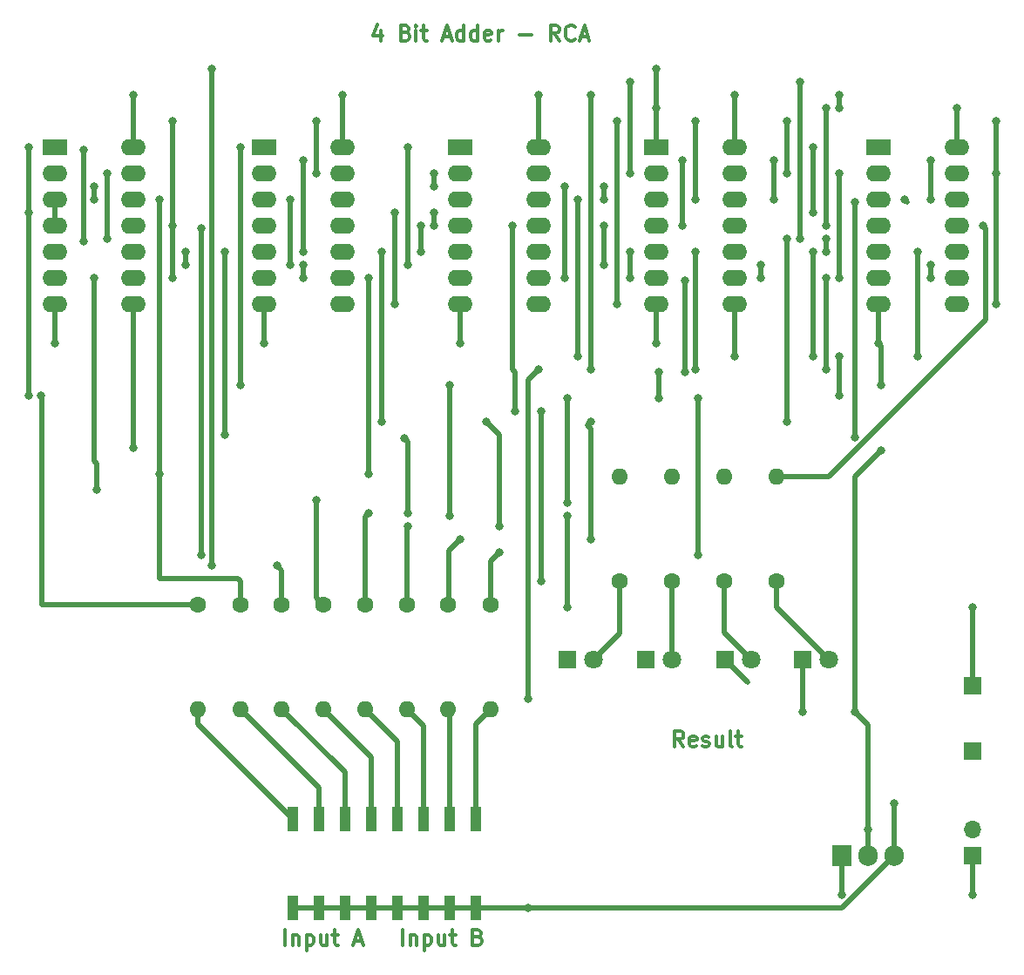
<source format=gbr>
%TF.GenerationSoftware,KiCad,Pcbnew,7.0.9*%
%TF.CreationDate,2023-12-30T10:08:20+11:00*%
%TF.ProjectId,4-bit-rca,342d6269-742d-4726-9361-2e6b69636164,rev?*%
%TF.SameCoordinates,Original*%
%TF.FileFunction,Copper,L1,Top*%
%TF.FilePolarity,Positive*%
%FSLAX46Y46*%
G04 Gerber Fmt 4.6, Leading zero omitted, Abs format (unit mm)*
G04 Created by KiCad (PCBNEW 7.0.9) date 2023-12-30 10:08:20*
%MOMM*%
%LPD*%
G01*
G04 APERTURE LIST*
%ADD10C,0.300000*%
%TA.AperFunction,NonConductor*%
%ADD11C,0.300000*%
%TD*%
%TA.AperFunction,ComponentPad*%
%ADD12C,1.600000*%
%TD*%
%TA.AperFunction,ComponentPad*%
%ADD13O,1.600000X1.600000*%
%TD*%
%TA.AperFunction,SMDPad,CuDef*%
%ADD14R,1.120000X2.440000*%
%TD*%
%TA.AperFunction,ComponentPad*%
%ADD15R,1.905000X2.000000*%
%TD*%
%TA.AperFunction,ComponentPad*%
%ADD16O,1.905000X2.000000*%
%TD*%
%TA.AperFunction,ComponentPad*%
%ADD17R,1.700000X1.700000*%
%TD*%
%TA.AperFunction,ComponentPad*%
%ADD18R,2.400000X1.600000*%
%TD*%
%TA.AperFunction,ComponentPad*%
%ADD19O,2.400000X1.600000*%
%TD*%
%TA.AperFunction,ComponentPad*%
%ADD20R,1.800000X1.800000*%
%TD*%
%TA.AperFunction,ComponentPad*%
%ADD21C,1.800000*%
%TD*%
%TA.AperFunction,ComponentPad*%
%ADD22O,1.700000X1.700000*%
%TD*%
%TA.AperFunction,ViaPad*%
%ADD23C,0.800000*%
%TD*%
%TA.AperFunction,Conductor*%
%ADD24C,0.500000*%
%TD*%
G04 APERTURE END LIST*
D10*
D11*
X171337653Y-120196828D02*
X170837653Y-119482542D01*
X170480510Y-120196828D02*
X170480510Y-118696828D01*
X170480510Y-118696828D02*
X171051939Y-118696828D01*
X171051939Y-118696828D02*
X171194796Y-118768257D01*
X171194796Y-118768257D02*
X171266225Y-118839685D01*
X171266225Y-118839685D02*
X171337653Y-118982542D01*
X171337653Y-118982542D02*
X171337653Y-119196828D01*
X171337653Y-119196828D02*
X171266225Y-119339685D01*
X171266225Y-119339685D02*
X171194796Y-119411114D01*
X171194796Y-119411114D02*
X171051939Y-119482542D01*
X171051939Y-119482542D02*
X170480510Y-119482542D01*
X172551939Y-120125400D02*
X172409082Y-120196828D01*
X172409082Y-120196828D02*
X172123368Y-120196828D01*
X172123368Y-120196828D02*
X171980510Y-120125400D01*
X171980510Y-120125400D02*
X171909082Y-119982542D01*
X171909082Y-119982542D02*
X171909082Y-119411114D01*
X171909082Y-119411114D02*
X171980510Y-119268257D01*
X171980510Y-119268257D02*
X172123368Y-119196828D01*
X172123368Y-119196828D02*
X172409082Y-119196828D01*
X172409082Y-119196828D02*
X172551939Y-119268257D01*
X172551939Y-119268257D02*
X172623368Y-119411114D01*
X172623368Y-119411114D02*
X172623368Y-119553971D01*
X172623368Y-119553971D02*
X171909082Y-119696828D01*
X173194796Y-120125400D02*
X173337653Y-120196828D01*
X173337653Y-120196828D02*
X173623367Y-120196828D01*
X173623367Y-120196828D02*
X173766224Y-120125400D01*
X173766224Y-120125400D02*
X173837653Y-119982542D01*
X173837653Y-119982542D02*
X173837653Y-119911114D01*
X173837653Y-119911114D02*
X173766224Y-119768257D01*
X173766224Y-119768257D02*
X173623367Y-119696828D01*
X173623367Y-119696828D02*
X173409082Y-119696828D01*
X173409082Y-119696828D02*
X173266224Y-119625400D01*
X173266224Y-119625400D02*
X173194796Y-119482542D01*
X173194796Y-119482542D02*
X173194796Y-119411114D01*
X173194796Y-119411114D02*
X173266224Y-119268257D01*
X173266224Y-119268257D02*
X173409082Y-119196828D01*
X173409082Y-119196828D02*
X173623367Y-119196828D01*
X173623367Y-119196828D02*
X173766224Y-119268257D01*
X175123368Y-119196828D02*
X175123368Y-120196828D01*
X174480510Y-119196828D02*
X174480510Y-119982542D01*
X174480510Y-119982542D02*
X174551939Y-120125400D01*
X174551939Y-120125400D02*
X174694796Y-120196828D01*
X174694796Y-120196828D02*
X174909082Y-120196828D01*
X174909082Y-120196828D02*
X175051939Y-120125400D01*
X175051939Y-120125400D02*
X175123368Y-120053971D01*
X176051939Y-120196828D02*
X175909082Y-120125400D01*
X175909082Y-120125400D02*
X175837653Y-119982542D01*
X175837653Y-119982542D02*
X175837653Y-118696828D01*
X176409082Y-119196828D02*
X176980510Y-119196828D01*
X176623367Y-118696828D02*
X176623367Y-119982542D01*
X176623367Y-119982542D02*
X176694796Y-120125400D01*
X176694796Y-120125400D02*
X176837653Y-120196828D01*
X176837653Y-120196828D02*
X176980510Y-120196828D01*
D10*
D11*
X141913368Y-50616828D02*
X141913368Y-51616828D01*
X141556225Y-50045400D02*
X141199082Y-51116828D01*
X141199082Y-51116828D02*
X142127653Y-51116828D01*
X144341938Y-50831114D02*
X144556224Y-50902542D01*
X144556224Y-50902542D02*
X144627653Y-50973971D01*
X144627653Y-50973971D02*
X144699081Y-51116828D01*
X144699081Y-51116828D02*
X144699081Y-51331114D01*
X144699081Y-51331114D02*
X144627653Y-51473971D01*
X144627653Y-51473971D02*
X144556224Y-51545400D01*
X144556224Y-51545400D02*
X144413367Y-51616828D01*
X144413367Y-51616828D02*
X143841938Y-51616828D01*
X143841938Y-51616828D02*
X143841938Y-50116828D01*
X143841938Y-50116828D02*
X144341938Y-50116828D01*
X144341938Y-50116828D02*
X144484796Y-50188257D01*
X144484796Y-50188257D02*
X144556224Y-50259685D01*
X144556224Y-50259685D02*
X144627653Y-50402542D01*
X144627653Y-50402542D02*
X144627653Y-50545400D01*
X144627653Y-50545400D02*
X144556224Y-50688257D01*
X144556224Y-50688257D02*
X144484796Y-50759685D01*
X144484796Y-50759685D02*
X144341938Y-50831114D01*
X144341938Y-50831114D02*
X143841938Y-50831114D01*
X145341938Y-51616828D02*
X145341938Y-50616828D01*
X145341938Y-50116828D02*
X145270510Y-50188257D01*
X145270510Y-50188257D02*
X145341938Y-50259685D01*
X145341938Y-50259685D02*
X145413367Y-50188257D01*
X145413367Y-50188257D02*
X145341938Y-50116828D01*
X145341938Y-50116828D02*
X145341938Y-50259685D01*
X145841939Y-50616828D02*
X146413367Y-50616828D01*
X146056224Y-50116828D02*
X146056224Y-51402542D01*
X146056224Y-51402542D02*
X146127653Y-51545400D01*
X146127653Y-51545400D02*
X146270510Y-51616828D01*
X146270510Y-51616828D02*
X146413367Y-51616828D01*
X147984796Y-51188257D02*
X148699082Y-51188257D01*
X147841939Y-51616828D02*
X148341939Y-50116828D01*
X148341939Y-50116828D02*
X148841939Y-51616828D01*
X149984796Y-51616828D02*
X149984796Y-50116828D01*
X149984796Y-51545400D02*
X149841938Y-51616828D01*
X149841938Y-51616828D02*
X149556224Y-51616828D01*
X149556224Y-51616828D02*
X149413367Y-51545400D01*
X149413367Y-51545400D02*
X149341938Y-51473971D01*
X149341938Y-51473971D02*
X149270510Y-51331114D01*
X149270510Y-51331114D02*
X149270510Y-50902542D01*
X149270510Y-50902542D02*
X149341938Y-50759685D01*
X149341938Y-50759685D02*
X149413367Y-50688257D01*
X149413367Y-50688257D02*
X149556224Y-50616828D01*
X149556224Y-50616828D02*
X149841938Y-50616828D01*
X149841938Y-50616828D02*
X149984796Y-50688257D01*
X151341939Y-51616828D02*
X151341939Y-50116828D01*
X151341939Y-51545400D02*
X151199081Y-51616828D01*
X151199081Y-51616828D02*
X150913367Y-51616828D01*
X150913367Y-51616828D02*
X150770510Y-51545400D01*
X150770510Y-51545400D02*
X150699081Y-51473971D01*
X150699081Y-51473971D02*
X150627653Y-51331114D01*
X150627653Y-51331114D02*
X150627653Y-50902542D01*
X150627653Y-50902542D02*
X150699081Y-50759685D01*
X150699081Y-50759685D02*
X150770510Y-50688257D01*
X150770510Y-50688257D02*
X150913367Y-50616828D01*
X150913367Y-50616828D02*
X151199081Y-50616828D01*
X151199081Y-50616828D02*
X151341939Y-50688257D01*
X152627653Y-51545400D02*
X152484796Y-51616828D01*
X152484796Y-51616828D02*
X152199082Y-51616828D01*
X152199082Y-51616828D02*
X152056224Y-51545400D01*
X152056224Y-51545400D02*
X151984796Y-51402542D01*
X151984796Y-51402542D02*
X151984796Y-50831114D01*
X151984796Y-50831114D02*
X152056224Y-50688257D01*
X152056224Y-50688257D02*
X152199082Y-50616828D01*
X152199082Y-50616828D02*
X152484796Y-50616828D01*
X152484796Y-50616828D02*
X152627653Y-50688257D01*
X152627653Y-50688257D02*
X152699082Y-50831114D01*
X152699082Y-50831114D02*
X152699082Y-50973971D01*
X152699082Y-50973971D02*
X151984796Y-51116828D01*
X153341938Y-51616828D02*
X153341938Y-50616828D01*
X153341938Y-50902542D02*
X153413367Y-50759685D01*
X153413367Y-50759685D02*
X153484796Y-50688257D01*
X153484796Y-50688257D02*
X153627653Y-50616828D01*
X153627653Y-50616828D02*
X153770510Y-50616828D01*
X155413366Y-51045400D02*
X156556224Y-51045400D01*
X159270509Y-51616828D02*
X158770509Y-50902542D01*
X158413366Y-51616828D02*
X158413366Y-50116828D01*
X158413366Y-50116828D02*
X158984795Y-50116828D01*
X158984795Y-50116828D02*
X159127652Y-50188257D01*
X159127652Y-50188257D02*
X159199081Y-50259685D01*
X159199081Y-50259685D02*
X159270509Y-50402542D01*
X159270509Y-50402542D02*
X159270509Y-50616828D01*
X159270509Y-50616828D02*
X159199081Y-50759685D01*
X159199081Y-50759685D02*
X159127652Y-50831114D01*
X159127652Y-50831114D02*
X158984795Y-50902542D01*
X158984795Y-50902542D02*
X158413366Y-50902542D01*
X160770509Y-51473971D02*
X160699081Y-51545400D01*
X160699081Y-51545400D02*
X160484795Y-51616828D01*
X160484795Y-51616828D02*
X160341938Y-51616828D01*
X160341938Y-51616828D02*
X160127652Y-51545400D01*
X160127652Y-51545400D02*
X159984795Y-51402542D01*
X159984795Y-51402542D02*
X159913366Y-51259685D01*
X159913366Y-51259685D02*
X159841938Y-50973971D01*
X159841938Y-50973971D02*
X159841938Y-50759685D01*
X159841938Y-50759685D02*
X159913366Y-50473971D01*
X159913366Y-50473971D02*
X159984795Y-50331114D01*
X159984795Y-50331114D02*
X160127652Y-50188257D01*
X160127652Y-50188257D02*
X160341938Y-50116828D01*
X160341938Y-50116828D02*
X160484795Y-50116828D01*
X160484795Y-50116828D02*
X160699081Y-50188257D01*
X160699081Y-50188257D02*
X160770509Y-50259685D01*
X161341938Y-51188257D02*
X162056224Y-51188257D01*
X161199081Y-51616828D02*
X161699081Y-50116828D01*
X161699081Y-50116828D02*
X162199081Y-51616828D01*
D10*
D11*
X132634510Y-139500828D02*
X132634510Y-138000828D01*
X133348796Y-138500828D02*
X133348796Y-139500828D01*
X133348796Y-138643685D02*
X133420225Y-138572257D01*
X133420225Y-138572257D02*
X133563082Y-138500828D01*
X133563082Y-138500828D02*
X133777368Y-138500828D01*
X133777368Y-138500828D02*
X133920225Y-138572257D01*
X133920225Y-138572257D02*
X133991654Y-138715114D01*
X133991654Y-138715114D02*
X133991654Y-139500828D01*
X134705939Y-138500828D02*
X134705939Y-140000828D01*
X134705939Y-138572257D02*
X134848797Y-138500828D01*
X134848797Y-138500828D02*
X135134511Y-138500828D01*
X135134511Y-138500828D02*
X135277368Y-138572257D01*
X135277368Y-138572257D02*
X135348797Y-138643685D01*
X135348797Y-138643685D02*
X135420225Y-138786542D01*
X135420225Y-138786542D02*
X135420225Y-139215114D01*
X135420225Y-139215114D02*
X135348797Y-139357971D01*
X135348797Y-139357971D02*
X135277368Y-139429400D01*
X135277368Y-139429400D02*
X135134511Y-139500828D01*
X135134511Y-139500828D02*
X134848797Y-139500828D01*
X134848797Y-139500828D02*
X134705939Y-139429400D01*
X136705940Y-138500828D02*
X136705940Y-139500828D01*
X136063082Y-138500828D02*
X136063082Y-139286542D01*
X136063082Y-139286542D02*
X136134511Y-139429400D01*
X136134511Y-139429400D02*
X136277368Y-139500828D01*
X136277368Y-139500828D02*
X136491654Y-139500828D01*
X136491654Y-139500828D02*
X136634511Y-139429400D01*
X136634511Y-139429400D02*
X136705940Y-139357971D01*
X137205940Y-138500828D02*
X137777368Y-138500828D01*
X137420225Y-138000828D02*
X137420225Y-139286542D01*
X137420225Y-139286542D02*
X137491654Y-139429400D01*
X137491654Y-139429400D02*
X137634511Y-139500828D01*
X137634511Y-139500828D02*
X137777368Y-139500828D01*
X139348797Y-139072257D02*
X140063083Y-139072257D01*
X139205940Y-139500828D02*
X139705940Y-138000828D01*
X139705940Y-138000828D02*
X140205940Y-139500828D01*
D10*
D11*
X144064510Y-139500828D02*
X144064510Y-138000828D01*
X144778796Y-138500828D02*
X144778796Y-139500828D01*
X144778796Y-138643685D02*
X144850225Y-138572257D01*
X144850225Y-138572257D02*
X144993082Y-138500828D01*
X144993082Y-138500828D02*
X145207368Y-138500828D01*
X145207368Y-138500828D02*
X145350225Y-138572257D01*
X145350225Y-138572257D02*
X145421654Y-138715114D01*
X145421654Y-138715114D02*
X145421654Y-139500828D01*
X146135939Y-138500828D02*
X146135939Y-140000828D01*
X146135939Y-138572257D02*
X146278797Y-138500828D01*
X146278797Y-138500828D02*
X146564511Y-138500828D01*
X146564511Y-138500828D02*
X146707368Y-138572257D01*
X146707368Y-138572257D02*
X146778797Y-138643685D01*
X146778797Y-138643685D02*
X146850225Y-138786542D01*
X146850225Y-138786542D02*
X146850225Y-139215114D01*
X146850225Y-139215114D02*
X146778797Y-139357971D01*
X146778797Y-139357971D02*
X146707368Y-139429400D01*
X146707368Y-139429400D02*
X146564511Y-139500828D01*
X146564511Y-139500828D02*
X146278797Y-139500828D01*
X146278797Y-139500828D02*
X146135939Y-139429400D01*
X148135940Y-138500828D02*
X148135940Y-139500828D01*
X147493082Y-138500828D02*
X147493082Y-139286542D01*
X147493082Y-139286542D02*
X147564511Y-139429400D01*
X147564511Y-139429400D02*
X147707368Y-139500828D01*
X147707368Y-139500828D02*
X147921654Y-139500828D01*
X147921654Y-139500828D02*
X148064511Y-139429400D01*
X148064511Y-139429400D02*
X148135940Y-139357971D01*
X148635940Y-138500828D02*
X149207368Y-138500828D01*
X148850225Y-138000828D02*
X148850225Y-139286542D01*
X148850225Y-139286542D02*
X148921654Y-139429400D01*
X148921654Y-139429400D02*
X149064511Y-139500828D01*
X149064511Y-139500828D02*
X149207368Y-139500828D01*
X151350225Y-138715114D02*
X151564511Y-138786542D01*
X151564511Y-138786542D02*
X151635940Y-138857971D01*
X151635940Y-138857971D02*
X151707368Y-139000828D01*
X151707368Y-139000828D02*
X151707368Y-139215114D01*
X151707368Y-139215114D02*
X151635940Y-139357971D01*
X151635940Y-139357971D02*
X151564511Y-139429400D01*
X151564511Y-139429400D02*
X151421654Y-139500828D01*
X151421654Y-139500828D02*
X150850225Y-139500828D01*
X150850225Y-139500828D02*
X150850225Y-138000828D01*
X150850225Y-138000828D02*
X151350225Y-138000828D01*
X151350225Y-138000828D02*
X151493083Y-138072257D01*
X151493083Y-138072257D02*
X151564511Y-138143685D01*
X151564511Y-138143685D02*
X151635940Y-138286542D01*
X151635940Y-138286542D02*
X151635940Y-138429400D01*
X151635940Y-138429400D02*
X151564511Y-138572257D01*
X151564511Y-138572257D02*
X151493083Y-138643685D01*
X151493083Y-138643685D02*
X151350225Y-138715114D01*
X151350225Y-138715114D02*
X150850225Y-138715114D01*
D12*
%TO.P,R12,1*%
%TO.N,Net-(R12-Pad1)*%
X124130000Y-106440000D03*
D13*
%TO.P,R12,2*%
%TO.N,Net-(R12-Pad2)*%
X124130000Y-116600000D03*
%TD*%
%TO.P,R6,2*%
%TO.N,Net-(R6-Pad2)*%
X148480000Y-116620000D03*
D12*
%TO.P,R6,1*%
%TO.N,Net-(R6-Pad1)*%
X148480000Y-106460000D03*
%TD*%
D14*
%TO.P,SW1,1*%
%TO.N,Net-(U1E-VCC)*%
X133350000Y-135890000D03*
%TO.P,SW1,2*%
X135890000Y-135890000D03*
%TO.P,SW1,3*%
X138430000Y-135890000D03*
%TO.P,SW1,4*%
X140970000Y-135890000D03*
%TO.P,SW1,5*%
X143510000Y-135890000D03*
%TO.P,SW1,6*%
X146050000Y-135890000D03*
%TO.P,SW1,7*%
X148590000Y-135890000D03*
%TO.P,SW1,8*%
X151130000Y-135890000D03*
%TO.P,SW1,9*%
%TO.N,Net-(R5-Pad2)*%
X151130000Y-127280000D03*
%TO.P,SW1,10*%
%TO.N,Net-(R6-Pad2)*%
X148590000Y-127280000D03*
%TO.P,SW1,11*%
%TO.N,Net-(R7-Pad2)*%
X146050000Y-127280000D03*
%TO.P,SW1,12*%
%TO.N,Net-(R8-Pad2)*%
X143510000Y-127280000D03*
%TO.P,SW1,13*%
%TO.N,Net-(R9-Pad2)*%
X140970000Y-127280000D03*
%TO.P,SW1,14*%
%TO.N,Net-(R10-Pad2)*%
X138430000Y-127280000D03*
%TO.P,SW1,15*%
%TO.N,Net-(R11-Pad2)*%
X135890000Y-127280000D03*
%TO.P,SW1,16*%
%TO.N,Net-(R12-Pad2)*%
X133350000Y-127280000D03*
%TD*%
D15*
%TO.P,U6,1,IN*%
%TO.N,Net-(BT1-+)*%
X186690000Y-130810000D03*
D16*
%TO.P,U6,2,GND*%
%TO.N,Net-(BT1--)*%
X189230000Y-130810000D03*
%TO.P,U6,3,OUT*%
%TO.N,Net-(U1E-VCC)*%
X191770000Y-130810000D03*
%TD*%
D12*
%TO.P,R7,1*%
%TO.N,Net-(R7-Pad1)*%
X144456000Y-106426000D03*
D13*
%TO.P,R7,2*%
%TO.N,Net-(R7-Pad2)*%
X144456000Y-116586000D03*
%TD*%
D12*
%TO.P,R8,1*%
%TO.N,Net-(R8-Pad1)*%
X140406000Y-106426000D03*
D13*
%TO.P,R8,2*%
%TO.N,Net-(R8-Pad2)*%
X140406000Y-116586000D03*
%TD*%
D12*
%TO.P,R10,1*%
%TO.N,Net-(R10-Pad1)*%
X132306000Y-106426000D03*
D13*
%TO.P,R10,2*%
%TO.N,Net-(R10-Pad2)*%
X132306000Y-116586000D03*
%TD*%
D12*
%TO.P,R11,1*%
%TO.N,Net-(R11-Pad1)*%
X128256000Y-106426000D03*
D13*
%TO.P,R11,2*%
%TO.N,Net-(R11-Pad2)*%
X128256000Y-116586000D03*
%TD*%
D12*
%TO.P,R9,1*%
%TO.N,Net-(R9-Pad1)*%
X136356000Y-106426000D03*
D13*
%TO.P,R9,2*%
%TO.N,Net-(R9-Pad2)*%
X136356000Y-116586000D03*
%TD*%
D12*
%TO.P,R5,1*%
%TO.N,Net-(R5-Pad1)*%
X152556000Y-106426000D03*
D13*
%TO.P,R5,2*%
%TO.N,Net-(R5-Pad2)*%
X152556000Y-116586000D03*
%TD*%
D12*
%TO.P,R3,1*%
%TO.N,Net-(D3-A)*%
X175260000Y-104140000D03*
D13*
%TO.P,R3,2*%
%TO.N,Net-(R3-Pad2)*%
X175260000Y-93980000D03*
%TD*%
D17*
%TO.P,J2,1,Pin_1*%
%TO.N,Net-(J2-Pin_1)*%
X199390000Y-120650000D03*
%TD*%
D18*
%TO.P,U4,1*%
%TO.N,Net-(R10-Pad1)*%
X168656000Y-61976000D03*
D19*
%TO.P,U4,2*%
%TO.N,Net-(R6-Pad1)*%
X168656000Y-64516000D03*
%TO.P,U4,3*%
%TO.N,Net-(U3-Pad9)*%
X168656000Y-67056000D03*
%TO.P,U4,4*%
%TO.N,Net-(U3-Pad6)*%
X168656000Y-69596000D03*
%TO.P,U4,5*%
%TO.N,Net-(U4-Pad5)*%
X168656000Y-72136000D03*
%TO.P,U4,6*%
%TO.N,Net-(U3-Pad10)*%
X168656000Y-74676000D03*
%TO.P,U4,7,GND*%
%TO.N,Net-(BT1--)*%
X168656000Y-77216000D03*
%TO.P,U4,8*%
%TO.N,Net-(U3-Pad12)*%
X176276000Y-77216000D03*
%TO.P,U4,9*%
%TO.N,Net-(R9-Pad1)*%
X176276000Y-74676000D03*
%TO.P,U4,10*%
%TO.N,Net-(R5-Pad1)*%
X176276000Y-72136000D03*
%TO.P,U4,11*%
%TO.N,Net-(U3-Pad13)*%
X176276000Y-69596000D03*
%TO.P,U4,12*%
%TO.N,Net-(U3-Pad8)*%
X176276000Y-67056000D03*
%TO.P,U4,13*%
%TO.N,Net-(U4-Pad13)*%
X176276000Y-64516000D03*
%TO.P,U4,14,VCC*%
%TO.N,Net-(U1E-VCC)*%
X176276000Y-61976000D03*
%TD*%
D18*
%TO.P,U5,1*%
%TO.N,Net-(U3-Pad6)*%
X190256000Y-61971000D03*
D19*
%TO.P,U5,2*%
%TO.N,Net-(U4-Pad5)*%
X190256000Y-64511000D03*
%TO.P,U5,3*%
%TO.N,Net-(R3-Pad2)*%
X190256000Y-67051000D03*
%TO.P,U5,4*%
%TO.N,Net-(R10-Pad1)*%
X190256000Y-69591000D03*
%TO.P,U5,5*%
%TO.N,Net-(R6-Pad1)*%
X190256000Y-72131000D03*
%TO.P,U5,6*%
%TO.N,Net-(U4-Pad5)*%
X190256000Y-74671000D03*
%TO.P,U5,7,GND*%
%TO.N,Net-(BT1--)*%
X190256000Y-77211000D03*
%TO.P,U5,8*%
%TO.N,Net-(U4-Pad13)*%
X197876000Y-77211000D03*
%TO.P,U5,9*%
%TO.N,Net-(R9-Pad1)*%
X197876000Y-74671000D03*
%TO.P,U5,10*%
%TO.N,Net-(R5-Pad1)*%
X197876000Y-72131000D03*
%TO.P,U5,11*%
%TO.N,Net-(R4-Pad2)*%
X197876000Y-69591000D03*
%TO.P,U5,12*%
%TO.N,Net-(U3-Pad8)*%
X197876000Y-67051000D03*
%TO.P,U5,13*%
%TO.N,Net-(U4-Pad13)*%
X197876000Y-64511000D03*
%TO.P,U5,14,VCC*%
%TO.N,Net-(U1E-VCC)*%
X197876000Y-61971000D03*
%TD*%
D20*
%TO.P,D1,1,K*%
%TO.N,Net-(BT1--)*%
X160020000Y-111760000D03*
D21*
%TO.P,D1,2,A*%
%TO.N,Net-(D1-A)*%
X162560000Y-111760000D03*
%TD*%
D12*
%TO.P,R1,1*%
%TO.N,Net-(D1-A)*%
X165100000Y-104140000D03*
D13*
%TO.P,R1,2*%
%TO.N,Net-(R1-Pad2)*%
X165100000Y-93980000D03*
%TD*%
D17*
%TO.P,BT1,1,+*%
%TO.N,Net-(BT1-+)*%
X199390000Y-130810000D03*
D22*
%TO.P,BT1,2,-*%
%TO.N,Net-(BT1--)*%
X199390000Y-128270000D03*
%TD*%
D20*
%TO.P,D2,1,K*%
%TO.N,Net-(BT1--)*%
X167640000Y-111760000D03*
D21*
%TO.P,D2,2,A*%
%TO.N,Net-(D2-A)*%
X170180000Y-111760000D03*
%TD*%
D17*
%TO.P,J1,1,Pin_1*%
%TO.N,Net-(J1-Pin_1)*%
X199390000Y-114300000D03*
%TD*%
D18*
%TO.P,U1,1*%
%TO.N,Net-(R12-Pad1)*%
X110236000Y-61976000D03*
D19*
%TO.P,U1,2*%
%TO.N,Net-(R8-Pad1)*%
X110236000Y-64516000D03*
%TO.P,U1,3*%
%TO.N,Net-(U1-Pad3)*%
X110236000Y-67056000D03*
%TO.P,U1,4*%
X110236000Y-69596000D03*
%TO.P,U1,5*%
%TO.N,Net-(J1-Pin_1)*%
X110236000Y-72136000D03*
%TO.P,U1,6*%
%TO.N,Net-(R1-Pad2)*%
X110236000Y-74676000D03*
%TO.P,U1,7,GND*%
%TO.N,Net-(BT1--)*%
X110236000Y-77216000D03*
%TO.P,U1,8*%
%TO.N,Net-(R2-Pad2)*%
X117856000Y-77216000D03*
%TO.P,U1,9*%
%TO.N,Net-(U1-Pad11)*%
X117856000Y-74676000D03*
%TO.P,U1,10*%
%TO.N,Net-(U1-Pad10)*%
X117856000Y-72136000D03*
%TO.P,U1,11*%
%TO.N,Net-(U1-Pad11)*%
X117856000Y-69596000D03*
%TO.P,U1,12*%
%TO.N,Net-(R11-Pad1)*%
X117856000Y-67056000D03*
%TO.P,U1,13*%
%TO.N,Net-(R7-Pad1)*%
X117856000Y-64516000D03*
%TO.P,U1,14,VCC*%
%TO.N,Net-(U1E-VCC)*%
X117856000Y-61976000D03*
%TD*%
D20*
%TO.P,D4,1,K*%
%TO.N,Net-(BT1--)*%
X182880000Y-111760000D03*
D21*
%TO.P,D4,2,A*%
%TO.N,Net-(D4-A)*%
X185420000Y-111760000D03*
%TD*%
D18*
%TO.P,U2,1*%
%TO.N,Net-(J1-Pin_1)*%
X130556000Y-61976000D03*
D19*
%TO.P,U2,2*%
%TO.N,Net-(U1-Pad3)*%
X130556000Y-64516000D03*
%TO.P,U2,3*%
%TO.N,Net-(U2-Pad3)*%
X130556000Y-67056000D03*
%TO.P,U2,4*%
%TO.N,Net-(R12-Pad1)*%
X130556000Y-69596000D03*
%TO.P,U2,5*%
%TO.N,Net-(R5-Pad1)*%
X130556000Y-72136000D03*
%TO.P,U2,6*%
%TO.N,Net-(U2-Pad6)*%
X130556000Y-74676000D03*
%TO.P,U2,7,GND*%
%TO.N,Net-(BT1--)*%
X130556000Y-77216000D03*
%TO.P,U2,8*%
%TO.N,Net-(U2-Pad8)*%
X138176000Y-77216000D03*
%TO.P,U2,9*%
%TO.N,Net-(R11-Pad1)*%
X138176000Y-74676000D03*
%TO.P,U2,10*%
%TO.N,Net-(R7-Pad1)*%
X138176000Y-72136000D03*
%TO.P,U2,11*%
%TO.N,Net-(U2-Pad11)*%
X138176000Y-69596000D03*
%TO.P,U2,12*%
%TO.N,Net-(U1-Pad10)*%
X138176000Y-67056000D03*
%TO.P,U2,13*%
%TO.N,Net-(U1-Pad11)*%
X138176000Y-64516000D03*
%TO.P,U2,14,VCC*%
%TO.N,Net-(U1E-VCC)*%
X138176000Y-61976000D03*
%TD*%
D18*
%TO.P,U3,1*%
%TO.N,Net-(U2-Pad6)*%
X149616000Y-61971000D03*
D19*
%TO.P,U3,2*%
%TO.N,Net-(U2-Pad3)*%
X149616000Y-64511000D03*
%TO.P,U3,3*%
%TO.N,Net-(U1-Pad10)*%
X149616000Y-67051000D03*
%TO.P,U3,4*%
%TO.N,Net-(U2-Pad8)*%
X149616000Y-69591000D03*
%TO.P,U3,5*%
%TO.N,Net-(U2-Pad11)*%
X149616000Y-72131000D03*
%TO.P,U3,6*%
%TO.N,Net-(U3-Pad6)*%
X149616000Y-74671000D03*
%TO.P,U3,7,GND*%
%TO.N,Net-(BT1--)*%
X149616000Y-77211000D03*
%TO.P,U3,8*%
%TO.N,Net-(U3-Pad8)*%
X157236000Y-77211000D03*
%TO.P,U3,9*%
%TO.N,Net-(U3-Pad9)*%
X157236000Y-74671000D03*
%TO.P,U3,10*%
%TO.N,Net-(U3-Pad10)*%
X157236000Y-72131000D03*
%TO.P,U3,11*%
%TO.N,Net-(J2-Pin_1)*%
X157236000Y-69591000D03*
%TO.P,U3,12*%
%TO.N,Net-(U3-Pad12)*%
X157236000Y-67051000D03*
%TO.P,U3,13*%
%TO.N,Net-(U3-Pad13)*%
X157236000Y-64511000D03*
%TO.P,U3,14,VCC*%
%TO.N,Net-(U1E-VCC)*%
X157236000Y-61971000D03*
%TD*%
D12*
%TO.P,R4,1*%
%TO.N,Net-(D4-A)*%
X180340000Y-104140000D03*
D13*
%TO.P,R4,2*%
%TO.N,Net-(R4-Pad2)*%
X180340000Y-93980000D03*
%TD*%
D20*
%TO.P,D3,1,K*%
%TO.N,Net-(BT1--)*%
X175380000Y-111760000D03*
D21*
%TO.P,D3,2,A*%
%TO.N,Net-(D3-A)*%
X177920000Y-111760000D03*
%TD*%
D12*
%TO.P,R2,1*%
%TO.N,Net-(D2-A)*%
X170180000Y-104140000D03*
D13*
%TO.P,R2,2*%
%TO.N,Net-(R2-Pad2)*%
X170180000Y-93980000D03*
%TD*%
D23*
%TO.N,Net-(R5-Pad1)*%
X124460000Y-101600000D03*
X124460000Y-69850000D03*
%TO.N,Net-(U1E-VCC)*%
X156210000Y-135890000D03*
%TO.N,Net-(BT1--)*%
X189230000Y-128270000D03*
%TO.N,Net-(U1E-VCC)*%
X191770000Y-125730000D03*
%TO.N,Net-(BT1--)*%
X190500000Y-85090000D03*
X190500000Y-91440000D03*
%TO.N,Net-(R5-Pad1)*%
X172720000Y-101600000D03*
X172720000Y-86360000D03*
X153416000Y-101346000D03*
%TO.N,Net-(J1-Pin_1)*%
X113030000Y-62230000D03*
X113030000Y-71120000D03*
X128270000Y-85090000D03*
X148590000Y-97790000D03*
X128270000Y-61976000D03*
X160020000Y-106680000D03*
X199390000Y-106680000D03*
X160020000Y-97790000D03*
X148590000Y-85090000D03*
%TO.N,Net-(J2-Pin_1)*%
X157480000Y-87630000D03*
X154940000Y-87630000D03*
X157480000Y-104140000D03*
%TO.N,Net-(BT1--)*%
X182880000Y-116840000D03*
X187960000Y-116840000D03*
%TO.N,Net-(U1E-VCC)*%
X191770000Y-130810000D03*
%TO.N,Net-(BT1-+)*%
X186690000Y-134620000D03*
X199390000Y-134620000D03*
%TO.N,Net-(R9-Pad1)*%
X171450000Y-74930000D03*
X160020000Y-86360000D03*
X168910000Y-83820000D03*
X160020000Y-96520000D03*
X168910000Y-86360000D03*
X171450000Y-83820000D03*
%TO.N,Net-(R1-Pad2)*%
X114300000Y-95250000D03*
%TO.N,Net-(R3-Pad2)*%
X187960000Y-90170000D03*
X187960000Y-67310000D03*
%TO.N,Net-(U1E-VCC)*%
X156210000Y-115570000D03*
%TO.N,Net-(R6-Pad1)*%
X162306000Y-100076000D03*
X149606000Y-100076000D03*
%TO.N,Net-(R7-Pad1)*%
X153416000Y-98806000D03*
X144526000Y-98806000D03*
%TO.N,Net-(R8-Pad1)*%
X140716000Y-97536000D03*
X144526000Y-97536000D03*
%TO.N,Net-(R10-Pad1)*%
X125476000Y-102616000D03*
X131826000Y-102616000D03*
%TO.N,Net-(U1E-VCC)*%
X117856000Y-56896000D03*
%TO.N,Net-(R7-Pad1)*%
X134366000Y-72136000D03*
X134366000Y-63246000D03*
%TO.N,Net-(BT1--)*%
X110236000Y-81026000D03*
%TO.N,Net-(R4-Pad2)*%
X200406000Y-69596000D03*
%TO.N,Net-(R9-Pad1)*%
X135636000Y-96266000D03*
%TO.N,Net-(U2-Pad6)*%
X134366000Y-74676000D03*
%TO.N,Net-(U4-Pad5)*%
X186436000Y-64516000D03*
%TO.N,Net-(J2-Pin_1)*%
X154686000Y-69596000D03*
%TO.N,Net-(R12-Pad1)*%
X107732000Y-86070000D03*
%TO.N,Net-(U1E-VCC)*%
X162306000Y-56896000D03*
%TO.N,Net-(BT1--)*%
X130556000Y-81026000D03*
%TO.N,Net-(U4-Pad13)*%
X181356000Y-64516000D03*
X181356000Y-59436000D03*
%TO.N,Net-(U1E-VCC)*%
X157226000Y-83566000D03*
%TO.N,Net-(U2-Pad8)*%
X143256000Y-77216000D03*
%TO.N,Net-(U1-Pad11)*%
X135636000Y-59436000D03*
X135636000Y-64516000D03*
X121666000Y-59436000D03*
X121666000Y-74676000D03*
X121666000Y-69596000D03*
%TO.N,Net-(U2-Pad6)*%
X144526000Y-73406000D03*
X134366000Y-73406000D03*
X144526000Y-61976000D03*
%TO.N,Net-(U2-Pad8)*%
X147066000Y-68326000D03*
X143256000Y-68326000D03*
X147066000Y-69596000D03*
%TO.N,Net-(U1E-VCC)*%
X162306000Y-83566000D03*
%TO.N,Net-(U3-Pad8)*%
X164846000Y-77216000D03*
%TO.N,Net-(U1E-VCC)*%
X197876000Y-58166000D03*
X138176000Y-56896000D03*
%TO.N,Net-(U3-Pad8)*%
X172466000Y-67056000D03*
%TO.N,Net-(U1E-VCC)*%
X176276000Y-56896000D03*
%TO.N,Net-(R12-Pad1)*%
X107696000Y-68326000D03*
X107696000Y-61976000D03*
%TO.N,Net-(R6-Pad1)*%
X182626000Y-70866000D03*
X166116000Y-55626000D03*
%TO.N,Net-(U4-Pad5)*%
X186436000Y-74671000D03*
%TO.N,Net-(R6-Pad1)*%
X185166000Y-70866000D03*
X185166000Y-72136000D03*
X182626000Y-55626000D03*
X166116000Y-64516000D03*
%TO.N,Net-(R10-Pad1)*%
X185166000Y-58166000D03*
X185166000Y-69596000D03*
%TO.N,Net-(R11-Pad1)*%
X120396000Y-93726000D03*
X120396000Y-67056000D03*
%TO.N,Net-(U4-Pad5)*%
X172466000Y-72136000D03*
%TO.N,Net-(R10-Pad1)*%
X168656000Y-58166000D03*
%TO.N,Net-(U4-Pad5)*%
X185166000Y-83566000D03*
%TO.N,Net-(R5-Pad1)*%
X186436000Y-82296000D03*
X186436000Y-86106000D03*
%TO.N,Net-(U3-Pad6)*%
X163576000Y-69596000D03*
%TO.N,Net-(U4-Pad13)*%
X201676000Y-59436000D03*
%TO.N,Net-(U3-Pad6)*%
X163576000Y-73406000D03*
%TO.N,Net-(R5-Pad1)*%
X194056000Y-72136000D03*
X194056000Y-82296000D03*
X183896000Y-72136000D03*
%TO.N,Net-(R8-Pad1)*%
X144200000Y-90242000D03*
%TO.N,Net-(U1E-VCC)*%
X157226000Y-56896000D03*
%TO.N,Net-(U1-Pad10)*%
X122936000Y-73406000D03*
X133096000Y-67056000D03*
X122936000Y-72136000D03*
X133096000Y-73406000D03*
%TO.N,Net-(U3-Pad8)*%
X172466000Y-59436000D03*
%TO.N,Net-(R5-Pad1)*%
X183896000Y-82296000D03*
%TO.N,Net-(U4-Pad5)*%
X185166000Y-74676000D03*
%TO.N,Net-(R10-Pad1)*%
X125476000Y-54356000D03*
X168656000Y-54356000D03*
%TO.N,Net-(U1E-VCC)*%
X186436000Y-56896000D03*
X186436000Y-58166000D03*
%TO.N,Net-(U2-Pad3)*%
X147066000Y-65786000D03*
%TO.N,Net-(U3-Pad6)*%
X183896000Y-68326000D03*
X183896000Y-61976000D03*
%TO.N,Net-(U3-Pad12)*%
X176276000Y-82296000D03*
X161036000Y-67056000D03*
%TO.N,Net-(U3-Pad8)*%
X164846000Y-59436000D03*
%TO.N,Net-(R2-Pad2)*%
X117856000Y-91186000D03*
%TO.N,Net-(R9-Pad1)*%
X178816000Y-74676000D03*
%TO.N,Net-(R7-Pad1)*%
X141986000Y-88646000D03*
X152146000Y-88646000D03*
X141986000Y-72136000D03*
%TO.N,Net-(U2-Pad3)*%
X147066000Y-64516000D03*
%TO.N,Net-(U3-Pad13)*%
X171196000Y-63246000D03*
X171196000Y-69596000D03*
%TO.N,Net-(U4-Pad5)*%
X172466000Y-83566000D03*
%TO.N,Net-(U3-Pad12)*%
X161036000Y-82296000D03*
%TO.N,Net-(U4-Pad13)*%
X201676000Y-77216000D03*
X201676000Y-64516000D03*
%TO.N,Net-(U3-Pad9)*%
X163576000Y-67056000D03*
%TO.N,Net-(R3-Pad2)*%
X192786000Y-67056000D03*
%TO.N,Net-(U3-Pad8)*%
X195326000Y-63246000D03*
%TO.N,Net-(U3-Pad10)*%
X166116000Y-72136000D03*
%TO.N,Net-(R6-Pad1)*%
X162306000Y-88646000D03*
%TO.N,Net-(U3-Pad8)*%
X195326000Y-67056000D03*
%TO.N,Net-(U2-Pad11)*%
X145796000Y-72136000D03*
%TO.N,Net-(R8-Pad1)*%
X115316000Y-64516000D03*
X115316000Y-70866000D03*
%TO.N,Net-(U2-Pad11)*%
X145796000Y-69596000D03*
%TO.N,Net-(U3-Pad8)*%
X180086000Y-63246000D03*
%TO.N,Net-(R1-Pad2)*%
X114046000Y-74676000D03*
%TO.N,Net-(R11-Pad1)*%
X140716000Y-93726000D03*
X140716000Y-74676000D03*
%TO.N,Net-(BT1--)*%
X168656000Y-81026000D03*
%TO.N,Net-(R9-Pad1)*%
X178816000Y-73406000D03*
%TO.N,Net-(BT1--)*%
X149606000Y-81026000D03*
%TO.N,Net-(R12-Pad1)*%
X108930000Y-86070000D03*
%TO.N,Net-(U3-Pad10)*%
X166116000Y-74676000D03*
%TO.N,Net-(R8-Pad1)*%
X126746000Y-72136000D03*
X126746000Y-89916000D03*
%TO.N,Net-(U1-Pad3)*%
X114046000Y-67056000D03*
X114046000Y-65786000D03*
%TO.N,Net-(U3-Pad8)*%
X180086000Y-67056000D03*
%TO.N,Net-(R6-Pad1)*%
X181356000Y-88646000D03*
%TO.N,Net-(BT1--)*%
X190246000Y-81026000D03*
%TO.N,Net-(U3-Pad9)*%
X159766000Y-65786000D03*
%TO.N,Net-(R9-Pad1)*%
X195326000Y-73406000D03*
X195326000Y-74676000D03*
%TO.N,Net-(R6-Pad1)*%
X181356000Y-70866000D03*
%TO.N,Net-(U3-Pad9)*%
X159766000Y-74676000D03*
X163576000Y-65786000D03*
%TD*%
D24*
%TO.N,Net-(R5-Pad1)*%
X124460000Y-69850000D02*
X124460000Y-101600000D01*
%TO.N,Net-(R12-Pad2)*%
X133350000Y-127280000D02*
X124130000Y-118060000D01*
X124130000Y-118060000D02*
X124130000Y-116600000D01*
%TO.N,Net-(R11-Pad2)*%
X135890000Y-127280000D02*
X135890000Y-124220000D01*
X135890000Y-124220000D02*
X128256000Y-116586000D01*
%TO.N,Net-(R10-Pad2)*%
X138430000Y-127280000D02*
X138430000Y-122710000D01*
X138430000Y-122710000D02*
X132306000Y-116586000D01*
%TO.N,Net-(R9-Pad2)*%
X140970000Y-127280000D02*
X140970000Y-121200000D01*
X140970000Y-121200000D02*
X136356000Y-116586000D01*
%TO.N,Net-(R8-Pad2)*%
X143510000Y-127280000D02*
X143510000Y-119690000D01*
X143510000Y-119690000D02*
X140406000Y-116586000D01*
%TO.N,Net-(R7-Pad2)*%
X146050000Y-127280000D02*
X146050000Y-118180000D01*
X146050000Y-118180000D02*
X144456000Y-116586000D01*
%TO.N,Net-(R6-Pad2)*%
X148590000Y-127280000D02*
X148590000Y-116730000D01*
X148590000Y-116730000D02*
X148480000Y-116620000D01*
%TO.N,Net-(R5-Pad2)*%
X151130000Y-127280000D02*
X151130000Y-118012000D01*
X151130000Y-118012000D02*
X152556000Y-116586000D01*
%TO.N,Net-(U1E-VCC)*%
X133350000Y-135890000D02*
X156210000Y-135890000D01*
X156210000Y-135890000D02*
X186690000Y-135890000D01*
%TO.N,Net-(BT1--)*%
X189230000Y-128270000D02*
X189230000Y-118110000D01*
X189230000Y-118110000D02*
X187960000Y-116840000D01*
X189230000Y-128270000D02*
X189230000Y-130810000D01*
%TO.N,Net-(U1E-VCC)*%
X186690000Y-135890000D02*
X191168959Y-131411041D01*
X191770000Y-130810000D02*
X191770000Y-125730000D01*
%TO.N,Net-(BT1--)*%
X190500000Y-85090000D02*
X190500000Y-81280000D01*
X187960000Y-116840000D02*
X187960000Y-93980000D01*
X187960000Y-93980000D02*
X190500000Y-91440000D01*
X190500000Y-81280000D02*
X190246000Y-81026000D01*
%TO.N,Net-(R5-Pad1)*%
X172720000Y-86360000D02*
X172720000Y-101600000D01*
%TO.N,Net-(J1-Pin_1)*%
X113030000Y-71120000D02*
X113030000Y-62230000D01*
X148590000Y-97790000D02*
X148590000Y-85090000D01*
X199390000Y-114300000D02*
X199390000Y-106680000D01*
X160020000Y-106680000D02*
X160020000Y-97790000D01*
X128270000Y-85090000D02*
X128270000Y-61976000D01*
%TO.N,Net-(J2-Pin_1)*%
X157480000Y-104140000D02*
X157480000Y-87630000D01*
X154940000Y-87630000D02*
X154940000Y-83820000D01*
X154940000Y-83820000D02*
X154686000Y-83566000D01*
%TO.N,Net-(BT1--)*%
X182880000Y-116840000D02*
X182880000Y-111760000D01*
%TO.N,Net-(BT1-+)*%
X186690000Y-134620000D02*
X186690000Y-130810000D01*
X199390000Y-130810000D02*
X199390000Y-134620000D01*
%TO.N,Net-(BT1--)*%
X175380000Y-111760000D02*
X177585801Y-113965801D01*
%TO.N,Net-(R9-Pad1)*%
X171450000Y-83820000D02*
X171450000Y-74930000D01*
X160020000Y-96520000D02*
X160020000Y-86360000D01*
X168910000Y-86360000D02*
X168910000Y-83820000D01*
%TO.N,Net-(R1-Pad2)*%
X114300000Y-95250000D02*
X114300000Y-92710000D01*
X114300000Y-92710000D02*
X114046000Y-92456000D01*
%TO.N,Net-(R3-Pad2)*%
X187960000Y-90170000D02*
X187960000Y-67310000D01*
%TO.N,Net-(R4-Pad2)*%
X185420000Y-93980000D02*
X200660000Y-78740000D01*
X200660000Y-69850000D02*
X200406000Y-69596000D01*
X180340000Y-93980000D02*
X185420000Y-93980000D01*
X200660000Y-78740000D02*
X200660000Y-69850000D01*
%TO.N,Net-(U1E-VCC)*%
X157226000Y-83566000D02*
X156210000Y-84582000D01*
X156210000Y-84582000D02*
X156210000Y-115570000D01*
%TO.N,Net-(R12-Pad1)*%
X108930000Y-86070000D02*
X108966000Y-86106000D01*
X108966000Y-86106000D02*
X108966000Y-106426000D01*
%TO.N,Net-(R5-Pad1)*%
X152556000Y-106426000D02*
X152556000Y-102206000D01*
X152556000Y-102206000D02*
X153416000Y-101346000D01*
%TO.N,Net-(R6-Pad1)*%
X148506000Y-106426000D02*
X148506000Y-101176000D01*
X148506000Y-101176000D02*
X149606000Y-100076000D01*
X162306000Y-100076000D02*
X162306000Y-89298000D01*
X162306000Y-89298000D02*
X161980000Y-88972000D01*
%TO.N,Net-(R7-Pad1)*%
X153416000Y-98806000D02*
X153416000Y-89916000D01*
X144456000Y-106426000D02*
X144456000Y-98876000D01*
X144456000Y-98876000D02*
X144526000Y-98806000D01*
X153416000Y-89916000D02*
X152146000Y-88646000D01*
%TO.N,Net-(R8-Pad1)*%
X144526000Y-90568000D02*
X144200000Y-90242000D01*
X140406000Y-106426000D02*
X140406000Y-97846000D01*
X140406000Y-97846000D02*
X140716000Y-97536000D01*
X144526000Y-97536000D02*
X144526000Y-90568000D01*
%TO.N,Net-(R9-Pad1)*%
X135636000Y-96266000D02*
X135636000Y-105706000D01*
X135636000Y-105706000D02*
X136356000Y-106426000D01*
%TO.N,Net-(R10-Pad1)*%
X125476000Y-102616000D02*
X125476000Y-54356000D01*
X132306000Y-103096000D02*
X131826000Y-102616000D01*
X132306000Y-106426000D02*
X132306000Y-103096000D01*
%TO.N,Net-(R11-Pad1)*%
X128016000Y-103886000D02*
X120396000Y-103886000D01*
X128256000Y-106426000D02*
X128256000Y-104126000D01*
X128256000Y-104126000D02*
X128016000Y-103886000D01*
X120396000Y-103886000D02*
X120396000Y-93726000D01*
%TO.N,Net-(R12-Pad1)*%
X124206000Y-106426000D02*
X108966000Y-106426000D01*
%TO.N,Net-(R7-Pad2)*%
X144910000Y-116586000D02*
X144456000Y-116586000D01*
%TO.N,Net-(R10-Pad1)*%
X185166000Y-58166000D02*
X185166000Y-69596000D01*
X168656000Y-61976000D02*
X168656000Y-58166000D01*
%TO.N,Net-(U4-Pad5)*%
X186436000Y-74671000D02*
X186436000Y-64516000D01*
X172466000Y-72136000D02*
X172466000Y-83566000D01*
%TO.N,Net-(U3-Pad10)*%
X166116000Y-72136000D02*
X166116000Y-74676000D01*
%TO.N,Net-(U3-Pad12)*%
X176276000Y-82296000D02*
X176276000Y-77216000D01*
X161036000Y-67056000D02*
X161036000Y-82296000D01*
%TO.N,Net-(U3-Pad13)*%
X171196000Y-63246000D02*
X171196000Y-69596000D01*
%TO.N,Net-(R8-Pad1)*%
X126746000Y-72136000D02*
X126746000Y-89916000D01*
%TO.N,Net-(U3-Pad8)*%
X172466000Y-59436000D02*
X172466000Y-67056000D01*
%TO.N,Net-(R5-Pad1)*%
X194056000Y-82296000D02*
X194056000Y-72136000D01*
X183896000Y-72136000D02*
X183896000Y-82296000D01*
%TO.N,Net-(U1E-VCC)*%
X162306000Y-83566000D02*
X162306000Y-56896000D01*
%TO.N,Net-(U3-Pad8)*%
X164846000Y-68698233D02*
X164846000Y-67056000D01*
X164846000Y-77216000D02*
X164846000Y-68698233D01*
X164846000Y-67056000D02*
X164846000Y-59436000D01*
%TO.N,Net-(U4-Pad5)*%
X185166000Y-83566000D02*
X185166000Y-74676000D01*
%TO.N,Net-(R9-Pad1)*%
X195326000Y-73406000D02*
X195326000Y-74676000D01*
%TO.N,Net-(R12-Pad1)*%
X107696000Y-86034000D02*
X107696000Y-84836000D01*
X107732000Y-86070000D02*
X107696000Y-86034000D01*
%TO.N,Net-(BT1--)*%
X149606000Y-81026000D02*
X149606000Y-77221000D01*
X149606000Y-77221000D02*
X149616000Y-77211000D01*
X190246000Y-81026000D02*
X190246000Y-77221000D01*
X190246000Y-77221000D02*
X190256000Y-77211000D01*
X110236000Y-81026000D02*
X110236000Y-77216000D01*
%TO.N,Net-(R11-Pad1)*%
X140716000Y-93726000D02*
X140716000Y-74676000D01*
%TO.N,Net-(BT1--)*%
X130556000Y-81026000D02*
X130556000Y-77216000D01*
%TO.N,Net-(R3-Pad2)*%
X193040000Y-67310000D02*
X192786000Y-67056000D01*
%TO.N,Net-(R2-Pad2)*%
X117856000Y-91186000D02*
X117856000Y-77216000D01*
%TO.N,Net-(BT1--)*%
X168656000Y-81026000D02*
X168656000Y-77216000D01*
%TO.N,Net-(R12-Pad1)*%
X107696000Y-84836000D02*
X107696000Y-68326000D01*
%TO.N,Net-(U2-Pad8)*%
X143256000Y-77216000D02*
X143256000Y-68326000D01*
X147066000Y-68326000D02*
X147066000Y-69596000D01*
%TO.N,Net-(J2-Pin_1)*%
X154686000Y-83566000D02*
X154686000Y-69596000D01*
%TO.N,Net-(U2-Pad6)*%
X144526000Y-73406000D02*
X144526000Y-61976000D01*
X134366000Y-74676000D02*
X134366000Y-73406000D01*
%TO.N,Net-(U3-Pad6)*%
X163576000Y-73406000D02*
X163576000Y-69596000D01*
%TO.N,Net-(U2-Pad11)*%
X145796000Y-69596000D02*
X145796000Y-72136000D01*
%TO.N,Net-(U3-Pad6)*%
X183896000Y-68326000D02*
X183896000Y-61976000D01*
%TO.N,Net-(R7-Pad1)*%
X141986000Y-72136000D02*
X141986000Y-88646000D01*
%TO.N,Net-(R11-Pad1)*%
X120396000Y-67056000D02*
X120396000Y-93726000D01*
%TO.N,Net-(U1-Pad10)*%
X133096000Y-67056000D02*
X133096000Y-73406000D01*
%TO.N,Net-(U1-Pad11)*%
X121666000Y-69596000D02*
X121666000Y-59436000D01*
X135636000Y-59436000D02*
X135636000Y-64516000D01*
X121666000Y-74676000D02*
X121666000Y-69596000D01*
%TO.N,Net-(U1-Pad10)*%
X122936000Y-73406000D02*
X122936000Y-72136000D01*
%TO.N,Net-(U2-Pad3)*%
X147066000Y-65786000D02*
X147066000Y-64516000D01*
%TO.N,Net-(D3-A)*%
X175260000Y-104140000D02*
X175260000Y-109100000D01*
X175260000Y-109100000D02*
X177920000Y-111760000D01*
%TO.N,Net-(D2-A)*%
X170180000Y-104140000D02*
X170180000Y-111760000D01*
%TO.N,Net-(R12-Pad1)*%
X107696000Y-68326000D02*
X107696000Y-61976000D01*
%TO.N,Net-(D4-A)*%
X180340000Y-106680000D02*
X185420000Y-111760000D01*
X180340000Y-104140000D02*
X180340000Y-106680000D01*
%TO.N,Net-(R1-Pad2)*%
X114046000Y-74676000D02*
X114046000Y-92456000D01*
%TO.N,Net-(U1-Pad3)*%
X110236000Y-69596000D02*
X110236000Y-67056000D01*
%TO.N,Net-(D1-A)*%
X165100000Y-109220000D02*
X162560000Y-111760000D01*
X165100000Y-104140000D02*
X165100000Y-109220000D01*
%TO.N,Net-(U1E-VCC)*%
X117856000Y-61976000D02*
X117856000Y-56896000D01*
%TO.N,Net-(R7-Pad1)*%
X134366000Y-63246000D02*
X134366000Y-72136000D01*
%TO.N,Net-(U1-Pad3)*%
X114046000Y-65786000D02*
X114046000Y-67056000D01*
%TO.N,Net-(U1E-VCC)*%
X176276000Y-61976000D02*
X176276000Y-56896000D01*
%TO.N,Net-(R8-Pad1)*%
X115316000Y-64516000D02*
X115316000Y-70866000D01*
%TO.N,Net-(U1E-VCC)*%
X138176000Y-61976000D02*
X138176000Y-56896000D01*
X157236000Y-61971000D02*
X157236000Y-56906000D01*
X157236000Y-56906000D02*
X157226000Y-56896000D01*
X186436000Y-58166000D02*
X186436000Y-56896000D01*
X197876000Y-58166000D02*
X197876000Y-61971000D01*
%TO.N,Net-(R6-Pad1)*%
X181356000Y-88646000D02*
X181356000Y-70866000D01*
X161980000Y-88972000D02*
X162306000Y-88646000D01*
%TO.N,Net-(R10-Pad1)*%
X168656000Y-54356000D02*
X168656000Y-58166000D01*
%TO.N,Net-(U4-Pad13)*%
X201676000Y-64516000D02*
X201676000Y-59436000D01*
%TO.N,Net-(R6-Pad1)*%
X166116000Y-55626000D02*
X166116000Y-64516000D01*
X182626000Y-70866000D02*
X182626000Y-55626000D01*
X185166000Y-72136000D02*
X185166000Y-70866000D01*
%TO.N,Net-(R9-Pad1)*%
X178816000Y-74676000D02*
X178816000Y-73406000D01*
%TO.N,Net-(U3-Pad9)*%
X159766000Y-65786000D02*
X159766000Y-74676000D01*
X163576000Y-67056000D02*
X163576000Y-65786000D01*
%TO.N,Net-(R5-Pad1)*%
X186436000Y-86106000D02*
X186436000Y-82296000D01*
%TO.N,Net-(U4-Pad13)*%
X201676000Y-64516000D02*
X201676000Y-77216000D01*
X181356000Y-59436000D02*
X181356000Y-64516000D01*
%TO.N,Net-(U3-Pad8)*%
X180086000Y-63246000D02*
X180086000Y-67056000D01*
X195326000Y-67056000D02*
X195326000Y-63246000D01*
%TD*%
M02*

</source>
